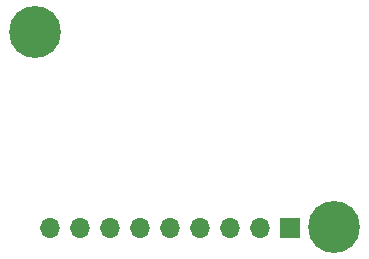
<source format=gbr>
%TF.GenerationSoftware,KiCad,Pcbnew,8.0.0~rc2-1e5b68cb87~176~ubuntu22.04.1*%
%TF.CreationDate,2024-02-07T10:24:23+05:30*%
%TF.ProjectId,BoB,426f422e-6b69-4636-9164-5f7063625858,rev?*%
%TF.SameCoordinates,Original*%
%TF.FileFunction,Soldermask,Bot*%
%TF.FilePolarity,Negative*%
%FSLAX46Y46*%
G04 Gerber Fmt 4.6, Leading zero omitted, Abs format (unit mm)*
G04 Created by KiCad (PCBNEW 8.0.0~rc2-1e5b68cb87~176~ubuntu22.04.1) date 2024-02-07 10:24:23*
%MOMM*%
%LPD*%
G01*
G04 APERTURE LIST*
%ADD10C,0.700000*%
%ADD11C,4.400000*%
%ADD12R,1.700000X1.700000*%
%ADD13O,1.700000X1.700000*%
G04 APERTURE END LIST*
D10*
%TO.C,H2*%
X86531100Y-75898600D03*
X86047826Y-77065326D03*
X86047826Y-74731874D03*
X84881100Y-77548600D03*
D11*
X84881100Y-75898600D03*
D10*
X84881100Y-74248600D03*
X83714374Y-77065326D03*
X83714374Y-74731874D03*
X83231100Y-75898600D03*
%TD*%
%TO.C,H1*%
X61160000Y-59380000D03*
X60676726Y-60546726D03*
X60676726Y-58213274D03*
X59510000Y-61030000D03*
D11*
X59510000Y-59380000D03*
D10*
X59510000Y-57730000D03*
X58343274Y-60546726D03*
X58343274Y-58213274D03*
X57860000Y-59380000D03*
%TD*%
D12*
%TO.C,JP1*%
X81090000Y-76010000D03*
D13*
X78550000Y-76010000D03*
X76010000Y-76010000D03*
X73470000Y-76010000D03*
X70930000Y-76010000D03*
X68390000Y-76010000D03*
X65850000Y-76010000D03*
X63310000Y-76010000D03*
X60770000Y-76010000D03*
%TD*%
M02*

</source>
